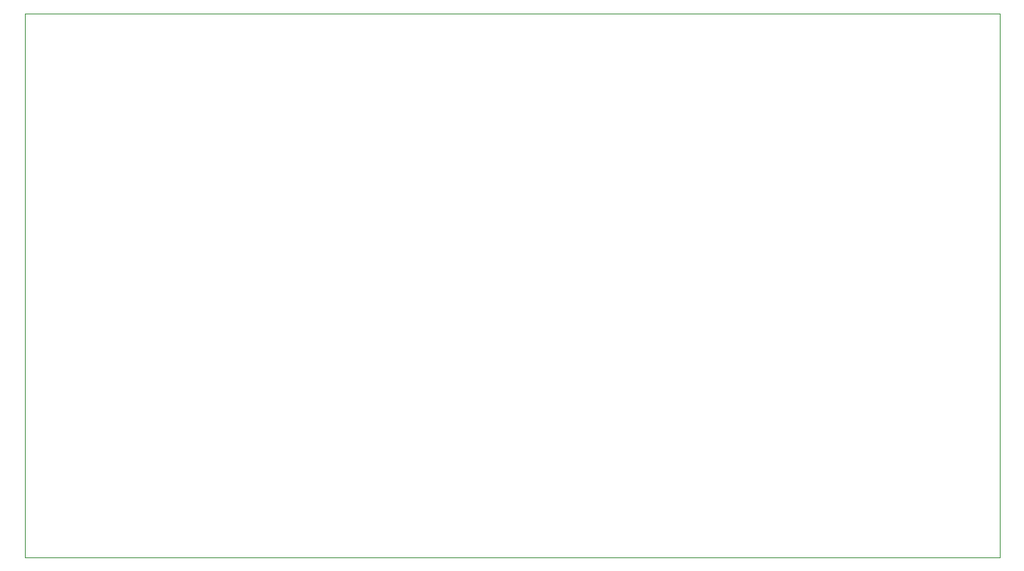
<source format=gbr>
%TF.GenerationSoftware,KiCad,Pcbnew,5.1.10*%
%TF.CreationDate,2021-12-30T14:01:41+01:00*%
%TF.ProjectId,ucdev_board,75636465-765f-4626-9f61-72642e6b6963,rev?*%
%TF.SameCoordinates,Original*%
%TF.FileFunction,Profile,NP*%
%FSLAX46Y46*%
G04 Gerber Fmt 4.6, Leading zero omitted, Abs format (unit mm)*
G04 Created by KiCad (PCBNEW 5.1.10) date 2021-12-30 14:01:41*
%MOMM*%
%LPD*%
G01*
G04 APERTURE LIST*
%TA.AperFunction,Profile*%
%ADD10C,0.050000*%
%TD*%
G04 APERTURE END LIST*
D10*
X53340000Y-25400000D02*
X162560000Y-25400000D01*
X53340000Y-86360000D02*
X53340000Y-25400000D01*
X162560000Y-86360000D02*
X53340000Y-86360000D01*
X162560000Y-25400000D02*
X162560000Y-86360000D01*
M02*

</source>
